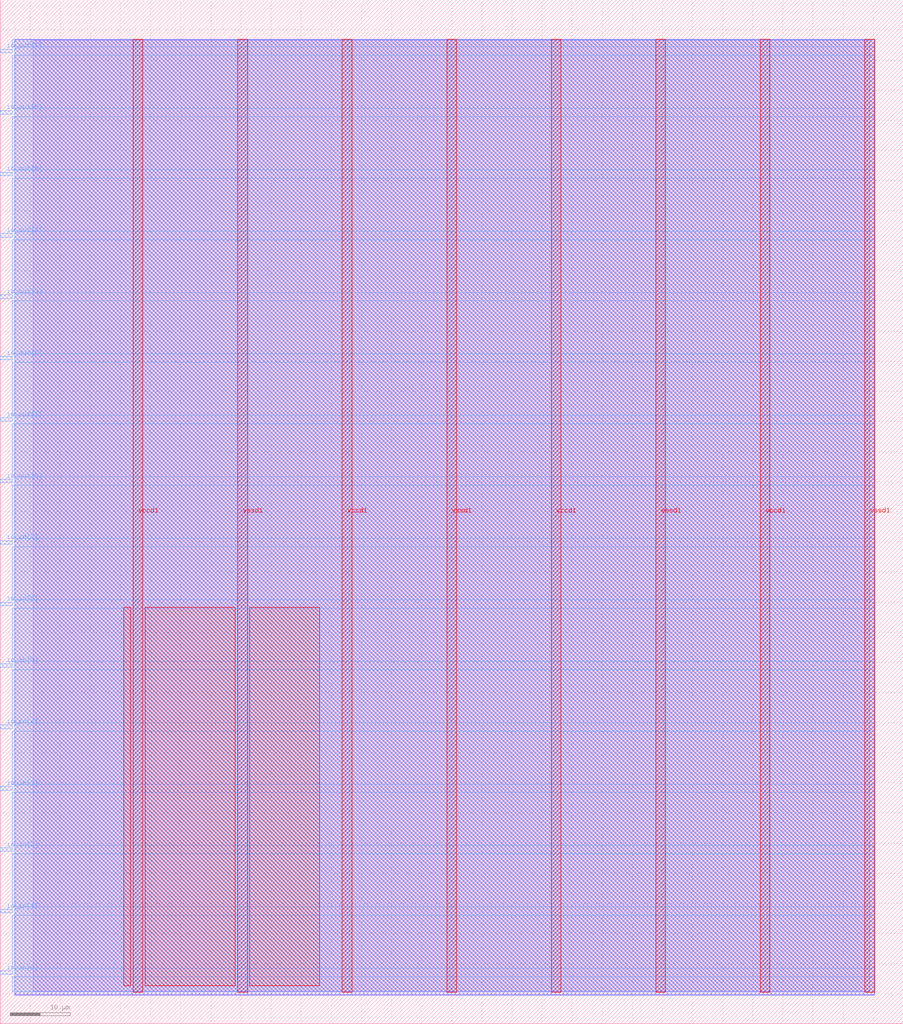
<source format=lef>
VERSION 5.7 ;
  NOWIREEXTENSIONATPIN ON ;
  DIVIDERCHAR "/" ;
  BUSBITCHARS "[]" ;
MACRO user_module_349901899339661908
  CLASS BLOCK ;
  FOREIGN user_module_349901899339661908 ;
  ORIGIN 0.000 0.000 ;
  SIZE 150.000 BY 170.000 ;
  PIN io_in[0]
    DIRECTION INPUT ;
    USE SIGNAL ;
    PORT
      LAYER met3 ;
        RECT 0.000 8.200 2.000 8.800 ;
    END
  END io_in[0]
  PIN io_in[1]
    DIRECTION INPUT ;
    USE SIGNAL ;
    PORT
      LAYER met3 ;
        RECT 0.000 18.400 2.000 19.000 ;
    END
  END io_in[1]
  PIN io_in[2]
    DIRECTION INPUT ;
    USE SIGNAL ;
    PORT
      LAYER met3 ;
        RECT 0.000 28.600 2.000 29.200 ;
    END
  END io_in[2]
  PIN io_in[3]
    DIRECTION INPUT ;
    USE SIGNAL ;
    PORT
      LAYER met3 ;
        RECT 0.000 38.800 2.000 39.400 ;
    END
  END io_in[3]
  PIN io_in[4]
    DIRECTION INPUT ;
    USE SIGNAL ;
    PORT
      LAYER met3 ;
        RECT 0.000 49.000 2.000 49.600 ;
    END
  END io_in[4]
  PIN io_in[5]
    DIRECTION INPUT ;
    USE SIGNAL ;
    PORT
      LAYER met3 ;
        RECT 0.000 59.200 2.000 59.800 ;
    END
  END io_in[5]
  PIN io_in[6]
    DIRECTION INPUT ;
    USE SIGNAL ;
    PORT
      LAYER met3 ;
        RECT 0.000 69.400 2.000 70.000 ;
    END
  END io_in[6]
  PIN io_in[7]
    DIRECTION INPUT ;
    USE SIGNAL ;
    PORT
      LAYER met3 ;
        RECT 0.000 79.600 2.000 80.200 ;
    END
  END io_in[7]
  PIN io_out[0]
    DIRECTION OUTPUT TRISTATE ;
    USE SIGNAL ;
    PORT
      LAYER met3 ;
        RECT 0.000 89.800 2.000 90.400 ;
    END
  END io_out[0]
  PIN io_out[1]
    DIRECTION OUTPUT TRISTATE ;
    USE SIGNAL ;
    PORT
      LAYER met3 ;
        RECT 0.000 100.000 2.000 100.600 ;
    END
  END io_out[1]
  PIN io_out[2]
    DIRECTION OUTPUT TRISTATE ;
    USE SIGNAL ;
    PORT
      LAYER met3 ;
        RECT 0.000 110.200 2.000 110.800 ;
    END
  END io_out[2]
  PIN io_out[3]
    DIRECTION OUTPUT TRISTATE ;
    USE SIGNAL ;
    PORT
      LAYER met3 ;
        RECT 0.000 120.400 2.000 121.000 ;
    END
  END io_out[3]
  PIN io_out[4]
    DIRECTION OUTPUT TRISTATE ;
    USE SIGNAL ;
    PORT
      LAYER met3 ;
        RECT 0.000 130.600 2.000 131.200 ;
    END
  END io_out[4]
  PIN io_out[5]
    DIRECTION OUTPUT TRISTATE ;
    USE SIGNAL ;
    PORT
      LAYER met3 ;
        RECT 0.000 140.800 2.000 141.400 ;
    END
  END io_out[5]
  PIN io_out[6]
    DIRECTION OUTPUT TRISTATE ;
    USE SIGNAL ;
    PORT
      LAYER met3 ;
        RECT 0.000 151.000 2.000 151.600 ;
    END
  END io_out[6]
  PIN io_out[7]
    DIRECTION OUTPUT TRISTATE ;
    USE SIGNAL ;
    PORT
      LAYER met3 ;
        RECT 0.000 161.200 2.000 161.800 ;
    END
  END io_out[7]
  PIN vccd1
    DIRECTION INOUT ;
    USE POWER ;
    PORT
      LAYER met4 ;
        RECT 22.085 5.200 23.685 163.440 ;
    END
    PORT
      LAYER met4 ;
        RECT 56.815 5.200 58.415 163.440 ;
    END
    PORT
      LAYER met4 ;
        RECT 91.545 5.200 93.145 163.440 ;
    END
    PORT
      LAYER met4 ;
        RECT 126.275 5.200 127.875 163.440 ;
    END
  END vccd1
  PIN vssd1
    DIRECTION INOUT ;
    USE GROUND ;
    PORT
      LAYER met4 ;
        RECT 39.450 5.200 41.050 163.440 ;
    END
    PORT
      LAYER met4 ;
        RECT 74.180 5.200 75.780 163.440 ;
    END
    PORT
      LAYER met4 ;
        RECT 108.910 5.200 110.510 163.440 ;
    END
    PORT
      LAYER met4 ;
        RECT 143.640 5.200 145.240 163.440 ;
    END
  END vssd1
  OBS
      LAYER li1 ;
        RECT 5.520 5.355 144.440 163.285 ;
      LAYER met1 ;
        RECT 2.370 4.800 145.240 163.440 ;
      LAYER met2 ;
        RECT 2.390 4.770 145.210 163.385 ;
      LAYER met3 ;
        RECT 2.000 162.200 145.230 163.365 ;
        RECT 2.400 160.800 145.230 162.200 ;
        RECT 2.000 152.000 145.230 160.800 ;
        RECT 2.400 150.600 145.230 152.000 ;
        RECT 2.000 141.800 145.230 150.600 ;
        RECT 2.400 140.400 145.230 141.800 ;
        RECT 2.000 131.600 145.230 140.400 ;
        RECT 2.400 130.200 145.230 131.600 ;
        RECT 2.000 121.400 145.230 130.200 ;
        RECT 2.400 120.000 145.230 121.400 ;
        RECT 2.000 111.200 145.230 120.000 ;
        RECT 2.400 109.800 145.230 111.200 ;
        RECT 2.000 101.000 145.230 109.800 ;
        RECT 2.400 99.600 145.230 101.000 ;
        RECT 2.000 90.800 145.230 99.600 ;
        RECT 2.400 89.400 145.230 90.800 ;
        RECT 2.000 80.600 145.230 89.400 ;
        RECT 2.400 79.200 145.230 80.600 ;
        RECT 2.000 70.400 145.230 79.200 ;
        RECT 2.400 69.000 145.230 70.400 ;
        RECT 2.000 60.200 145.230 69.000 ;
        RECT 2.400 58.800 145.230 60.200 ;
        RECT 2.000 50.000 145.230 58.800 ;
        RECT 2.400 48.600 145.230 50.000 ;
        RECT 2.000 39.800 145.230 48.600 ;
        RECT 2.400 38.400 145.230 39.800 ;
        RECT 2.000 29.600 145.230 38.400 ;
        RECT 2.400 28.200 145.230 29.600 ;
        RECT 2.000 19.400 145.230 28.200 ;
        RECT 2.400 18.000 145.230 19.400 ;
        RECT 2.000 9.200 145.230 18.000 ;
        RECT 2.400 7.800 145.230 9.200 ;
        RECT 2.000 5.275 145.230 7.800 ;
      LAYER met4 ;
        RECT 20.535 6.295 21.685 69.185 ;
        RECT 24.085 6.295 39.050 69.185 ;
        RECT 41.450 6.295 53.065 69.185 ;
  END
END user_module_349901899339661908
END LIBRARY


</source>
